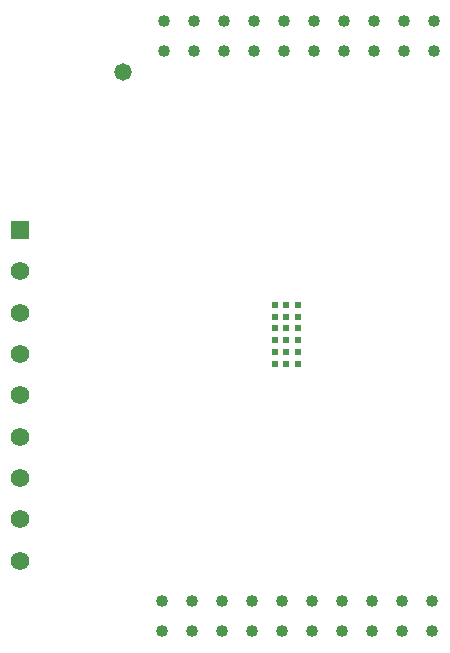
<source format=gbr>
%TF.GenerationSoftware,Altium Limited,Altium Designer,22.9.1 (49)*%
G04 Layer_Color=16711935*
%FSLAX25Y25*%
%MOIN*%
%TF.SameCoordinates,3D4AB22D-4464-4A1E-8ED4-CD8DD9DE0D00*%
%TF.FilePolarity,Negative*%
%TF.FileFunction,Soldermask,Bot*%
%TF.Part,Single*%
G01*
G75*
%TA.AperFunction,ComponentPad*%
%ADD28C,0.04016*%
%ADD29C,0.06165*%
%ADD30R,0.06165X0.06165*%
%TA.AperFunction,ViaPad*%
%ADD33C,0.02375*%
%ADD34C,0.05800*%
D28*
X206000Y60500D02*
D03*
X196000D02*
D03*
X186000D02*
D03*
X176000D02*
D03*
X166000D02*
D03*
X156000D02*
D03*
X146000D02*
D03*
X136000D02*
D03*
X126000D02*
D03*
X116000D02*
D03*
X206000Y70500D02*
D03*
X196000D02*
D03*
X186000D02*
D03*
X176000D02*
D03*
X166000D02*
D03*
X156000D02*
D03*
X146000D02*
D03*
X136000D02*
D03*
X126000D02*
D03*
X116000D02*
D03*
X206417Y254000D02*
D03*
X196417D02*
D03*
X186417D02*
D03*
X176417D02*
D03*
X166417D02*
D03*
X156417D02*
D03*
X146417D02*
D03*
X136417D02*
D03*
X126417D02*
D03*
X116417D02*
D03*
X206417Y264000D02*
D03*
X196417D02*
D03*
X186417D02*
D03*
X176417D02*
D03*
X166417D02*
D03*
X156417D02*
D03*
X146417D02*
D03*
X136417D02*
D03*
X126417D02*
D03*
X116417D02*
D03*
D29*
X68500Y125382D02*
D03*
Y139161D02*
D03*
Y152941D02*
D03*
Y166720D02*
D03*
Y180500D02*
D03*
Y84043D02*
D03*
Y97823D02*
D03*
Y111602D02*
D03*
D30*
Y194280D02*
D03*
D33*
X157295Y161469D02*
D03*
X161232D02*
D03*
X157295Y157531D02*
D03*
X161232D02*
D03*
X157295Y153595D02*
D03*
X161232D02*
D03*
Y165405D02*
D03*
X157295D02*
D03*
X161232Y149657D02*
D03*
X157295D02*
D03*
X153358D02*
D03*
Y165405D02*
D03*
Y153595D02*
D03*
Y157531D02*
D03*
Y161469D02*
D03*
X153358Y169343D02*
D03*
X157295D02*
D03*
X161232D02*
D03*
D34*
X103000Y247000D02*
D03*
%TF.MD5,9975c0299a093d3795a5a1cca0b7e0a7*%
M02*

</source>
